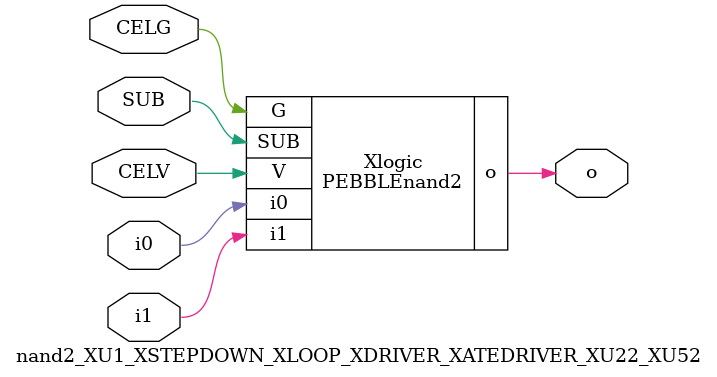
<source format=v>



module PEBBLEnand2 ( o, G, SUB, V, i0, i1 );

  input i0;
  input V;
  input i1;
  input G;
  output o;
  input SUB;
endmodule

//Celera Confidential Do Not Copy nand2_XU1_XSTEPDOWN_XLOOP_XDRIVER_XATEDRIVER_XU22_XU52
//Celera Confidential Symbol Generator
//5V NAND2
module nand2_XU1_XSTEPDOWN_XLOOP_XDRIVER_XATEDRIVER_XU22_XU52 (CELV,CELG,i0,i1,o,SUB);
input CELV;
input CELG;
input i0;
input i1;
input SUB;
output o;

//Celera Confidential Do Not Copy nand2
PEBBLEnand2 Xlogic(
.V (CELV),
.i0 (i0),
.i1 (i1),
.o (o),
.SUB (SUB),
.G (CELG)
);
//,diesize,PEBBLEnand2

//Celera Confidential Do Not Copy Module End
//Celera Schematic Generator
endmodule

</source>
